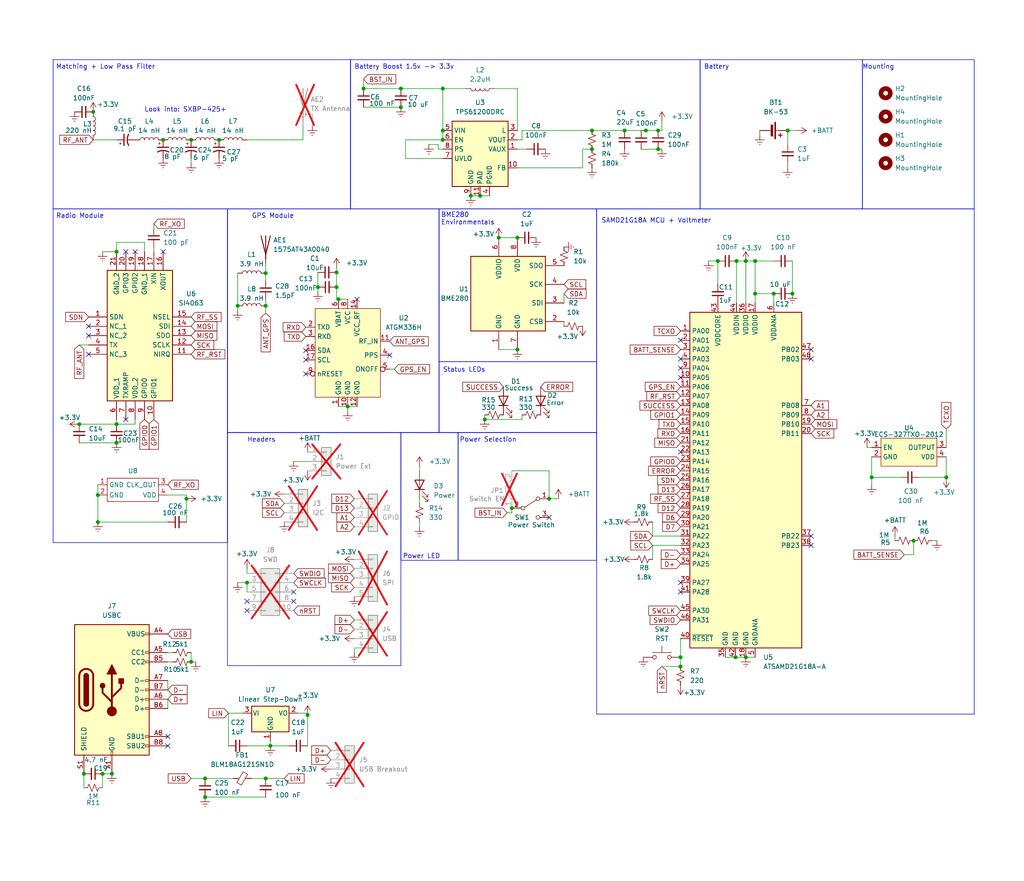
<source format=kicad_sch>
(kicad_sch (version 20231120) (generator "eeschema") (generator_version "8.0")
  (paper "User" 278.994 240.005)
  (title_block (title "Tiny4FSK") (date "2024-01-25") (company "New England Weather Balloon Society") (comment 1 "The lightweight, tiny Horus Binary and LoRa HAB tracker"))
  (junction (at 50.8 135.89))
  (junction (at 200.406 179.07))
  (junction (at 210.82 80.01))
  (junction (at 67.31 158.75))
  (junction (at 195.58 71.12))
  (junction (at 149.606 135.89))
  (junction (at 135.89 64.77))
  (junction (at 31.75 68.58))
  (junction (at 22.86 210.82))
  (junction (at 214.63 35.56))
  (junction (at 128.27 53.34))
  (junction (at 31.75 115.57))
  (junction (at 31.75 120.65))
  (junction (at 139.446 138.43))
  (junction (at 83.82 194.818))
  (junction (at 175.9701 35.56))
  (junction (at 55.88 212.09))
  (junction (at 140.97 64.77))
  (junction (at 161.29 40.64))
  (junction (at 179.324 35.56))
  (junction (at 109.22 24.13))
  (junction (at 237.49 130.048))
  (junction (at 130.81 53.34))
  (junction (at 55.88 217.17))
  (junction (at 52.07 180.34))
  (junction (at 91.694 74.2066))
  (junction (at 185.42 181.61))
  (junction (at 94.742 110.744))
  (junction (at 21.59 115.57))
  (junction (at 132.08 114.3))
  (junction (at 44.45 38.1))
  (junction (at 185.42 179.07))
  (junction (at 179.324 40.64))
  (junction (at 86.614 78.232))
  (junction (at 72.39 74.422))
  (junction (at 109.22 29.21))
  (junction (at 203.2 179.07))
  (junction (at 72.39 212.09))
  (junction (at 27.94 210.82))
  (junction (at 25.4 30.48))
  (junction (at 99.06 24.13))
  (junction (at 26.67 134.874))
  (junction (at 140.97 95.25))
  (junction (at 91.694 78.232))
  (junction (at 205.74 71.12))
  (junction (at 26.67 142.24))
  (junction (at 92.202 81.534))
  (junction (at 170.18 35.56))
  (junction (at 120.65 38.1))
  (junction (at 59.69 38.1))
  (junction (at 73.66 203.2))
  (junction (at 120.65 35.56))
  (junction (at 30.48 210.82))
  (junction (at 248.92 147.32))
  (junction (at 120.65 24.13))
  (junction (at 200.66 71.12))
  (junction (at 64.77 83.312))
  (junction (at 203.2 71.12))
  (junction (at 161.29 35.56))
  (junction (at 72.39 83.312))
  (junction (at 205.74 80.01))
  (junction (at 52.07 38.1))
  (junction (at 215.9 80.01))
  (junction (at 257.81 130.048))
  (no_connect (at 185.42 97.79))
  (no_connect (at 34.29 68.58))
  (no_connect (at 83.312 101.854))
  (no_connect (at 149.606 140.97))
  (no_connect (at 80.01 161.29))
  (no_connect (at 45.72 203.2))
  (no_connect (at 220.98 97.79))
  (no_connect (at 185.42 100.33))
  (no_connect (at 80.01 163.83))
  (no_connect (at 106.172 96.774))
  (no_connect (at 44.45 68.58))
  (no_connect (at 36.83 68.58))
  (no_connect (at 67.31 166.37))
  (no_connect (at 220.98 95.25))
  (no_connect (at 83.312 98.044))
  (no_connect (at 83.312 95.504))
  (no_connect (at 185.42 158.75))
  (no_connect (at 220.98 148.59))
  (no_connect (at 24.13 96.52))
  (no_connect (at 220.98 146.05))
  (no_connect (at 185.42 92.71))
  (no_connect (at 185.42 123.19))
  (no_connect (at 97.282 81.534))
  (no_connect (at 34.29 114.3))
  (no_connect (at 24.13 91.44))
  (no_connect (at 185.42 161.29))
  (no_connect (at 67.31 163.83))
  (no_connect (at 45.72 200.66))
  (no_connect (at 24.13 88.9))
  (no_connect (at 185.42 102.87))
  (wire (pts (xy 161.29 35.56) (xy 170.18 35.56)))
  (wire (pts (xy 257.81 130.048) (xy 257.81 130.302)))
  (wire (pts (xy 135.89 95.25) (xy 140.97 95.25)))
  (wire (pts (xy 52.07 44.45) (xy 52.07 43.18)))
  (wire (pts (xy 128.27 53.34) (xy 130.81 53.34)))
  (wire (pts (xy 205.74 82.55) (xy 205.74 80.01)))
  (wire (pts (xy 67.31 154.94) (xy 67.31 156.21)))
  (wire (pts (xy 114.3 142.24) (xy 114.3 143.51)))
  (wire (pts (xy 72.39 212.09) (xy 77.47 212.09)))
  (wire (pts (xy 195.58 77.47) (xy 195.58 71.12)))
  (wire (pts (xy 114.3 135.89) (xy 114.3 137.16)))
  (wire (pts (xy 120.65 24.13) (xy 127 24.13)))
  (wire (pts (xy 177.2401 40.64) (xy 179.324 40.64)))
  (wire (pts (xy 174.7001 35.5937) (xy 175.9701 35.5937)))
  (wire (pts (xy 52.07 177.8) (xy 52.07 180.34)))
  (wire (pts (xy 45.72 177.8) (xy 46.99 177.8)))
  (wire (pts (xy 110.49 38.1) (xy 110.49 43.18)))
  (wire (pts (xy 55.88 212.09) (xy 63.5 212.09)))
  (wire (pts (xy 110.49 38.1) (xy 120.65 38.1)))
  (wire (pts (xy 50.8 135.89) (xy 50.8 142.24)))
  (wire (pts (xy 138.176 139.7) (xy 139.446 139.7)))
  (wire (pts (xy 72.39 83.312) (xy 72.39 85.344)))
  (wire (pts (xy 180.34 181.61) (xy 185.42 181.61)))
  (wire (pts (xy 64.77 74.422) (xy 64.77 83.312)))
  (wire (pts (xy 245.364 130.048) (xy 237.49 130.048)))
  (wire (pts (xy 22.86 214.63) (xy 22.86 210.82)))
  (wire (pts (xy 140.97 35.56) (xy 140.97 24.13)))
  (wire (pts (xy 86.614 74.2066) (xy 86.539 74.2066)))
  (wire (pts (xy 203.2 179.07) (xy 205.74 179.07)))
  (wire (pts (xy 142.24 38.1) (xy 142.24 35.56)))
  (wire (pts (xy 215.9 71.12) (xy 215.9 80.01)))
  (wire (pts (xy 67.31 203.2) (xy 73.66 203.2)))
  (wire (pts (xy 205.74 71.12) (xy 205.74 80.01)))
  (wire (pts (xy 91.694 72.898) (xy 91.694 74.2066)))
  (wire (pts (xy 119.38 39.37) (xy 119.38 40.64)))
  (wire (pts (xy 217.17 35.56) (xy 214.63 35.56)))
  (wire (pts (xy 99.06 29.21) (xy 109.22 29.21)))
  (wire (pts (xy 158.75 40.64) (xy 161.29 40.64)))
  (wire (pts (xy 257.81 124.46) (xy 257.81 130.048)))
  (wire (pts (xy 91.694 74.2066) (xy 91.694 78.232)))
  (wire (pts (xy 46.99 180.34) (xy 45.72 180.34)))
  (wire (pts (xy 237.49 130.048) (xy 237.49 132.08)))
  (wire (pts (xy 64.77 84.6136) (xy 64.77 83.312)))
  (wire (pts (xy 41.91 60.96) (xy 41.91 62.23)))
  (wire (pts (xy 200.406 179.07) (xy 203.2 179.07)))
  (wire (pts (xy 107.442 100.584) (xy 106.172 100.584)))
  (wire (pts (xy 175.9701 35.56) (xy 179.324 35.56)))
  (wire (pts (xy 27.94 68.58) (xy 31.75 68.58)))
  (wire (pts (xy 177.8 142.24) (xy 177.8 146.05)))
  (wire (pts (xy 53.34 180.34) (xy 52.07 180.34)))
  (wire (pts (xy 248.92 147.32) (xy 248.92 151.13)))
  (wire (pts (xy 197.612 179.07) (xy 200.406 179.07)))
  (wire (pts (xy 72.39 71.882) (xy 72.39 74.422)))
  (wire (pts (xy 180.34 33.02) (xy 180.34 35.56)))
  (wire (pts (xy 21.59 115.57) (xy 31.75 115.57)))
  (wire (pts (xy 140.97 40.64) (xy 143.51 40.64)))
  (wire (pts (xy 91.694 74.2066) (xy 91.619 74.2066)))
  (wire (pts (xy 120.65 24.13) (xy 120.65 35.56)))
  (wire (pts (xy 142.24 113.03) (xy 142.24 114.3)))
  (wire (pts (xy 72.39 81.534) (xy 72.39 83.312)))
  (wire (pts (xy 39.37 66.04) (xy 31.75 66.04)))
  (wire (pts (xy 50.8 134.874) (xy 50.8 135.89)))
  (wire (pts (xy 179.324 35.56) (xy 180.34 35.56)))
  (wire (pts (xy 86.614 78.232) (xy 86.614 74.2066)))
  (wire (pts (xy 68.58 212.09) (xy 72.39 212.09)))
  (wire (pts (xy 26.67 134.874) (xy 26.67 142.24)))
  (wire (pts (xy 73.66 203.2) (xy 78.74 203.2)))
  (wire (pts (xy 86.614 79.502) (xy 86.614 78.232)))
  (wire (pts (xy 246.38 151.13) (xy 248.92 151.13)))
  (wire (pts (xy 153.67 88.9) (xy 153.67 87.63)))
  (wire (pts (xy 110.49 43.18) (xy 120.65 43.18)))
  (wire (pts (xy 205.74 80.01) (xy 210.82 80.01)))
  (wire (pts (xy 82.55 34.29) (xy 82.55 38.1)))
  (wire (pts (xy 27.94 210.82) (xy 30.48 210.82)))
  (wire (pts (xy 140.97 24.13) (xy 134.62 24.13)))
  (wire (pts (xy 94.742 112.014) (xy 94.742 110.744)))
  (wire (pts (xy 52.07 212.09) (xy 55.88 212.09)))
  (wire (pts (xy 45.72 134.874) (xy 50.8 134.874)))
  (wire (pts (xy 25.4 38.1) (xy 31.75 38.1)))
  (wire (pts (xy 139.446 128.27) (xy 149.606 128.27)))
  (wire (pts (xy 64.7542 84.6136) (xy 64.77 84.6136)))
  (wire (pts (xy 132.08 113.03) (xy 132.08 114.3)))
  (wire (pts (xy 139.446 139.7) (xy 139.446 138.43)))
  (wire (pts (xy 210.82 80.01) (xy 210.82 82.55)))
  (wire (pts (xy 72.39 217.17) (xy 55.88 217.17)))
  (wire (pts (xy 92.202 110.744) (xy 94.742 110.744)))
  (wire (pts (xy 96.52 177.8) (xy 96.52 176.53)))
  (wire (pts (xy 91.694 81.534) (xy 92.202 81.534)))
  (wire (pts (xy 174.7001 40.6737) (xy 177.2401 40.6737)))
  (wire (pts (xy 177.2401 40.6737) (xy 177.2401 40.64)))
  (wire (pts (xy 99.06 21.59) (xy 99.06 24.13)))
  (wire (pts (xy 26.67 132.08) (xy 26.67 134.874)))
  (wire (pts (xy 153.67 80.01) (xy 153.67 82.55)))
  (wire (pts (xy 177.8 146.05) (xy 185.42 146.05)))
  (wire (pts (xy 243.84 146.05) (xy 243.84 147.32)))
  (wire (pts (xy 214.63 45.72) (xy 214.63 44.45)))
  (wire (pts (xy 250.444 130.048) (xy 257.81 130.048)))
  (wire (pts (xy 31.75 115.57) (xy 36.83 115.57)))
  (wire (pts (xy 185.42 179.07) (xy 185.42 181.61)))
  (wire (pts (xy 27.94 210.82) (xy 27.94 214.63)))
  (wire (pts (xy 185.42 179.07) (xy 185.42 173.99)))
  (wire (pts (xy 114.3 127) (xy 114.3 128.27)))
  (wire (pts (xy 135.89 64.77) (xy 140.97 64.77)))
  (wire (pts (xy 67.31 38.1) (xy 82.55 38.1)))
  (wire (pts (xy 62.23 194.31) (xy 62.23 203.2)))
  (wire (pts (xy 26.67 142.24) (xy 45.72 142.24)))
  (wire (pts (xy 91.694 78.232) (xy 91.694 81.534)))
  (wire (pts (xy 200.66 71.12) (xy 200.66 82.55)))
  (wire (pts (xy 31.75 115.57) (xy 31.75 114.3)))
  (wire (pts (xy 83.82 194.31) (xy 83.82 194.818)))
  (wire (pts (xy 177.8 148.59) (xy 185.42 148.59)))
  (wire (pts (xy 21.59 120.65) (xy 31.75 120.65)))
  (wire (pts (xy 193.04 71.12) (xy 195.58 71.12)))
  (wire (pts (xy 81.28 194.31) (xy 83.82 194.31)))
  (wire (pts (xy 83.82 194.818) (xy 83.82 203.2)))
  (wire (pts (xy 64.77 158.75) (xy 67.31 158.75)))
  (wire (pts (xy 237.49 124.46) (xy 237.49 130.048)))
  (wire (pts (xy 92.202 81.534) (xy 94.742 81.534)))
  (wire (pts (xy 41.91 67.31) (xy 41.91 68.58)))
  (wire (pts (xy 142.24 114.3) (xy 132.08 114.3)))
  (wire (pts (xy 80.01 125.73) (xy 83.82 125.73)))
  (wire (pts (xy 94.742 110.744) (xy 97.282 110.744)))
  (wire (pts (xy 99.06 24.13) (xy 109.22 24.13)))
  (wire (pts (xy 130.81 53.34) (xy 133.35 53.34)))
  (wire (pts (xy 236.22 121.92) (xy 237.49 121.92)))
  (wire (pts (xy 200.66 71.12) (xy 203.2 71.12)))
  (wire (pts (xy 72.39 74.422) (xy 72.39 76.454)))
  (wire (pts (xy 67.31 158.75) (xy 67.31 161.29)))
  (wire (pts (xy 158.75 45.72) (xy 140.97 45.72)))
  (wire (pts (xy 205.74 71.12) (xy 210.82 71.12)))
  (wire (pts (xy 21.59 93.98) (xy 24.13 93.98)))
  (wire (pts (xy 214.63 39.37) (xy 214.63 35.56)))
  (wire (pts (xy 140.97 38.1) (xy 142.24 38.1)))
  (wire (pts (xy 149.606 128.27) (xy 149.606 135.89)))
  (wire (pts (xy 158.75 40.64) (xy 158.75 45.72)))
  (wire (pts (xy 31.75 66.04) (xy 31.75 68.58)))
  (wire (pts (xy 203.2 71.12) (xy 205.74 71.12)))
  (wire (pts (xy 73.66 201.93) (xy 73.66 203.2)))
  (wire (pts (xy 207.01 36.83) (xy 207.01 35.56)))
  (wire (pts (xy 203.2 71.12) (xy 203.2 82.55)))
  (wire (pts (xy 36.83 114.3) (xy 36.83 115.57)))
  (wire (pts (xy 45.72 190.5) (xy 45.72 193.04)))
  (wire (pts (xy 39.37 68.58) (xy 39.37 66.04)))
  (wire (pts (xy 119.38 40.64) (xy 120.65 40.64)))
  (wire (pts (xy 170.18 35.56) (xy 175.9701 35.56)))
  (wire (pts (xy 109.22 24.13) (xy 120.65 24.13)))
  (wire (pts (xy 179.324 40.64) (xy 180.34 40.64)))
  (wire (pts (xy 257.81 116.84) (xy 257.81 121.92)))
  (wire (pts (xy 142.24 35.56) (xy 161.29 35.56)))
  (wire (pts (xy 175.9701 35.5937) (xy 175.9701 35.56)))
  (wire (pts (xy 45.72 185.42) (xy 45.72 187.96)))
  (wire (pts (xy 177.8 152.4) (xy 177.8 148.59)))
  (wire (pts (xy 116.84 39.37) (xy 119.38 39.37)))
  (wire (pts (xy 152.146 135.89) (xy 149.606 135.89)))
  (wire (pts (xy 62.23 194.31) (xy 66.04 194.31)))
  (wire (pts (xy 120.65 38.1) (xy 120.65 35.56)))
  (wire (pts (xy 255.27 147.32) (xy 254 147.32)))
  (rectangle (start 61.976 117.856) (end 109.22 181.356))
  (rectangle (start 95.504 16.256) (end 190.754 56.896))
  (rectangle (start 162.56 56.896) (end 265.43 194.564))
  (rectangle (start 14.478 16.256) (end 95.504 56.896))
  (rectangle (start 190.754 16.256) (end 234.95 56.896))
  (rectangle (start 119.634 98.552) (end 162.56 117.856))
  (rectangle (start 109.22 117.856) (end 124.8192 152.654))
  (rectangle (start 124.8192 117.856) (end 162.56 152.654))
  (rectangle (start 234.95 16.256) (end 265.43 56.896))
  (rectangle (start 61.976 56.896) (end 119.634 117.856))
  (rectangle (start 14.478 56.896) (end 61.976 147.828))
  (rectangle (start 119.634 56.896) (end 162.56 98.552))
  (text "Power LED\n" (at 109.728 152.4 0) (effects (font (size 1.27 1.27)) (justify left bottom)))
  (text "GPS Module\n" (at 68.58 59.69 0) (effects (font (size 1.27 1.27)) (justify left bottom)))
  (text "Headers\n" (at 67.31 120.65 0) (effects (font (size 1.27 1.27)) (justify left bottom)))
  (text "Matching + Low Pass Filter\n" (at 15.24 19.05 0) (effects (font (size 1.27 1.27)) (justify left bottom)))
  (text "Power Selection\n" (at 125.222 120.65 0) (effects (font (size 1.27 1.27)) (justify left bottom)))
  (text "BME280\nEnvironmentals" (at 120.142 61.468 0) (effects (font (size 1.27 1.27)) (justify left bottom)))
  (text "Radio Module\n" (at 15.24 59.69 0) (effects (font (size 1.27 1.27)) (justify left bottom)))
  (text "SAMD21G18A MCU + Voltmeter\n" (at 163.83 60.96 0) (effects (font (size 1.27 1.27)) (justify left bottom)))
  (text "Mounting\n" (at 234.95 19.05 0) (effects (font (size 1.27 1.27)) (justify left bottom)))
  (text "Battery" (at 191.77 19.05 0) (effects (font (size 1.27 1.27)) (justify left bottom)))
  (text "Status LEDs\n" (at 120.65 101.6 0) (effects (font (size 1.27 1.27)) (justify left bottom)))
  (text "Battery Boost 1.5v -> 3.3v" (at 96.52 19.05 0) (effects (font (size 1.27 1.27)) (justify left bottom)))
  (text "Look into: SXBP-425+\n" (at 50.546 29.972 0) (effects (font (size 1.27 1.27))))
  (global_label "RF_XO" (shape input) (at 41.91 60.96 0) (property "Intersheetrefs" "${INTERSHEET_REFS}" (effects (hide yes))))
  (global_label "D12" (shape input) (at 96.52 135.89 180) (property "Intersheetrefs" "${INTERSHEET_REFS}" (effects (hide yes))))
  (global_label "nRST" (shape input) (at 80.01 166.37 0) (property "Intersheetrefs" "${INTERSHEET_REFS}" (effects (hide yes))))
  (global_label "USB" (shape input) (at 45.72 172.72 0) (property "Intersheetrefs" "${INTERSHEET_REFS}" (effects (hide yes))))
  (global_label "GPIO0" (shape input) (at 39.37 114.3 270) (property "Intersheetrefs" "${INTERSHEET_REFS}" (effects (hide yes))))
  (global_label "BATT_SENSE" (shape input) (at 185.42 95.25 180) (property "Intersheetrefs" "${INTERSHEET_REFS}" (effects (hide yes))))
  (global_label "LIN" (shape input) (at 77.47 212.09 0) (property "Intersheetrefs" "${INTERSHEET_REFS}" (effects (hide yes))))
  (global_label "D13" (shape input) (at 96.52 138.43 180) (property "Intersheetrefs" "${INTERSHEET_REFS}" (effects (hide yes))))
  (global_label "GPIO0" (shape input) (at 185.42 125.73 180) (property "Intersheetrefs" "${INTERSHEET_REFS}" (effects (hide yes))))
  (global_label "RF_ANT" (shape input) (at 21.59 93.98 270) (property "Intersheetrefs" "${INTERSHEET_REFS}" (effects (hide yes))))
  (global_label "SCL" (shape input) (at 77.47 139.7 180) (property "Intersheetrefs" "${INTERSHEET_REFS}" (effects (hide yes))))
  (global_label "A1" (shape input) (at 96.52 140.97 180) (property "Intersheetrefs" "${INTERSHEET_REFS}" (effects (hide yes))))
  (global_label "ANT_GPS" (shape input) (at 72.39 85.344 270) (property "Intersheetrefs" "${INTERSHEET_REFS}" (effects (hide yes))))
  (global_label "D7" (shape input) (at 185.42 143.51 180) (property "Intersheetrefs" "${INTERSHEET_REFS}" (effects (hide yes))))
  (global_label "TCXO" (shape input) (at 257.81 116.84 90) (property "Intersheetrefs" "${INTERSHEET_REFS}" (effects (hide yes))))
  (global_label "SWDIO" (shape input) (at 185.42 168.91 180) (property "Intersheetrefs" "${INTERSHEET_REFS}" (effects (hide yes))))
  (global_label "SUCCESS" (shape input) (at 137.16 105.41 180) (property "Intersheetrefs" "${INTERSHEET_REFS}" (effects (hide yes))))
  (global_label "A2" (shape input) (at 220.98 113.03 0) (property "Intersheetrefs" "${INTERSHEET_REFS}" (effects (hide yes))))
  (global_label "D6" (shape input) (at 185.42 140.97 180) (property "Intersheetrefs" "${INTERSHEET_REFS}" (effects (hide yes))))
  (global_label "SWDIO" (shape input) (at 80.01 156.21 0) (property "Intersheetrefs" "${INTERSHEET_REFS}" (effects (hide yes))))
  (global_label "D-" (shape input) (at 45.72 187.96 0) (property "Intersheetrefs" "${INTERSHEET_REFS}" (effects (hide yes))))
  (global_label "D-" (shape input) (at 185.42 151.13 180) (property "Intersheetrefs" "${INTERSHEET_REFS}" (effects (hide yes))))
  (global_label "A2" (shape input) (at 96.52 143.51 180) (property "Intersheetrefs" "${INTERSHEET_REFS}" (effects (hide yes))))
  (global_label "SDA" (shape input) (at 177.8 146.05 180) (property "Intersheetrefs" "${INTERSHEET_REFS}" (effects (hide yes))))
  (global_label "TXD" (shape input) (at 185.42 115.57 180) (property "Intersheetrefs" "${INTERSHEET_REFS}" (effects (hide yes))))
  (global_label "SDN" (shape input) (at 24.13 86.36 180) (property "Intersheetrefs" "${INTERSHEET_REFS}" (effects (hide yes))))
  (global_label "ANT_GPS" (shape input) (at 106.172 92.964 0) (property "Intersheetrefs" "${INTERSHEET_REFS}" (effects (hide yes))))
  (global_label "D+" (shape input) (at 90.17 204.47 180) (property "Intersheetrefs" "${INTERSHEET_REFS}" (effects (hide yes))))
  (global_label "BST_IN" (shape input) (at 138.176 139.7 180) (property "Intersheetrefs" "${INTERSHEET_REFS}" (effects (hide yes))))
  (global_label "RF_XO" (shape input) (at 45.72 132.08 0) (property "Intersheetrefs" "${INTERSHEET_REFS}" (effects (hide yes))))
  (global_label "MOSI" (shape input) (at 220.98 115.57 0) (property "Intersheetrefs" "${INTERSHEET_REFS}" (effects (hide yes))))
  (global_label "D+" (shape input) (at 185.42 153.67 180) (property "Intersheetrefs" "${INTERSHEET_REFS}" (effects (hide yes))))
  (global_label "RXD" (shape input) (at 185.42 118.11 180) (property "Intersheetrefs" "${INTERSHEET_REFS}" (effects (hide yes))))
  (global_label "D+" (shape input) (at 96.52 168.91 180) (property "Intersheetrefs" "${INTERSHEET_REFS}" (effects (hide yes))))
  (global_label "BATT_SENSE" (shape input) (at 246.38 151.13 180) (property "Intersheetrefs" "${INTERSHEET_REFS}" (effects (hide yes))))
  (global_label "GPS_EN" (shape input) (at 107.442 100.584 0) (property "Intersheetrefs" "${INTERSHEET_REFS}" (effects (hide yes))))
  (global_label "RXD" (shape input) (at 83.312 89.154 180) (property "Intersheetrefs" "${INTERSHEET_REFS}" (effects (hide yes))))
  (global_label "SDN" (shape input) (at 185.42 130.81 180) (property "Intersheetrefs" "${INTERSHEET_REFS}" (effects (hide yes))))
  (global_label "RF_RST" (shape input) (at 185.42 107.95 180) (property "Intersheetrefs" "${INTERSHEET_REFS}" (effects (hide yes))))
  (global_label "LIN" (shape input) (at 62.23 194.31 180) (property "Intersheetrefs" "${INTERSHEET_REFS}" (effects (hide yes))))
  (global_label "SWCLK" (shape input) (at 185.42 166.37 180) (property "Intersheetrefs" "${INTERSHEET_REFS}" (effects (hide yes))))
  (global_label "USB" (shape input) (at 52.07 212.09 180) (property "Intersheetrefs" "${INTERSHEET_REFS}" (effects (hide yes))))
  (global_label "D-" (shape input) (at 90.17 207.01 180) (property "Intersheetrefs" "${INTERSHEET_REFS}" (effects (hide yes))))
  (global_label "D+" (shape input) (at 45.72 190.5 0) (property "Intersheetrefs" "${INTERSHEET_REFS}" (effects (hide yes))))
  (global_label "TXD" (shape input) (at 83.312 91.694 180) (property "Intersheetrefs" "${INTERSHEET_REFS}" (effects (hide yes))))
  (global_label "D-" (shape input) (at 96.52 171.45 180) (property "Intersheetrefs" "${INTERSHEET_REFS}" (effects (hide yes))))
  (global_label "SCK" (shape input) (at 52.07 93.98 0) (property "Intersheetrefs" "${INTERSHEET_REFS}" (effects (hide yes))))
  (global_label "RF_SS" (shape input) (at 52.07 86.36 0) (property "Intersheetrefs" "${INTERSHEET_REFS}" (effects (hide yes))))
  (global_label "SDA" (shape input) (at 77.47 137.16 180) (property "Intersheetrefs" "${INTERSHEET_REFS}" (effects (hide yes))))
  (global_label "D13" (shape input) (at 185.42 133.35 180) (property "Intersheetrefs" "${INTERSHEET_REFS}" (effects (hide yes))))
  (global_label "RF_RST" (shape input) (at 52.07 96.52 0) (property "Intersheetrefs" "${INTERSHEET_REFS}" (effects (hide yes))))
  (global_label "SUCCESS" (shape input) (at 185.42 110.49 180) (property "Intersheetrefs" "${INTERSHEET_REFS}" (effects (hide yes))))
  (global_label "GPIO1" (shape input) (at 185.42 113.03 180) (property "Intersheetrefs" "${INTERSHEET_REFS}" (effects (hide yes))))
  (global_label "nRST" (shape input) (at 180.34 181.61 270) (property "Intersheetrefs" "${INTERSHEET_REFS}" (effects (hide yes))))
  (global_label "SDA" (shape input) (at 153.67 80.01 0) (property "Intersheetrefs" "${INTERSHEET_REFS}" (effects (hide yes))))
  (global_label "MISO" (shape input) (at 96.52 157.48 180) (property "Intersheetrefs" "${INTERSHEET_REFS}" (effects (hide yes))))
  (global_label "A1" (shape input) (at 220.98 110.49 0) (property "Intersheetrefs" "${INTERSHEET_REFS}" (effects (hide yes))))
  (global_label "BST_IN" (shape input) (at 99.06 21.59 0) (property "Intersheetrefs" "${INTERSHEET_REFS}" (effects (hide yes))))
  (global_label "MISO" (shape input) (at 185.42 120.65 180) (property "Intersheetrefs" "${INTERSHEET_REFS}" (effects (hide yes))))
  (global_label "MOSI" (shape input) (at 52.07 88.9 0) (property "Intersheetrefs" "${INTERSHEET_REFS}" (effects (hide yes))))
  (global_label "SWCLK" (shape input) (at 80.01 158.75 0) (property "Intersheetrefs" "${INTERSHEET_REFS}" (effects (hide yes))))
  (global_label "SCL" (shape input) (at 177.8 148.59 180) (property "Intersheetrefs" "${INTERSHEET_REFS}" (effects (hide yes))))
  (global_label "ERROR" (shape input) (at 147.32 105.41 0) (property "Intersheetrefs" "${INTERSHEET_REFS}" (effects (hide yes))))
  (global_label "SCK" (shape input) (at 96.52 160.02 180) (property "Intersheetrefs" "${INTERSHEET_REFS}" (effects (hide yes))))
  (global_label "GPS_EN" (shape input) (at 185.42 105.41 180) (property "Intersheetrefs" "${INTERSHEET_REFS}" (effects (hide yes))))
  (global_label "ERROR" (shape input) (at 185.42 128.27 180) (property "Intersheetrefs" "${INTERSHEET_REFS}" (effects (hide yes))))
  (global_label "SCK" (shape input) (at 220.98 118.11 0) (property "Intersheetrefs" "${INTERSHEET_REFS}" (effects (hide yes))))
  (global_label "RF_ANT" (shape input) (at 25.4 38.1 180) (property "Intersheetrefs" "${INTERSHEET_REFS}" (effects (hide yes))))
  (global_label "MISO" (shape input) (at 52.07 91.44 0) (property "Intersheetrefs" "${INTERSHEET_REFS}" (effects (hide yes))))
  (global_label "SCL" (shape input) (at 153.67 77.47 0) (property "Intersheetrefs" "${INTERSHEET_REFS}" (effects (hide yes))))
  (global_label "D12" (shape input) (at 185.42 138.43 180) (property "Intersheetrefs" "${INTERSHEET_REFS}" (effects (hide yes))))
  (global_label "MOSI" (shape input) (at 96.52 154.94 180) (property "Intersheetrefs" "${INTERSHEET_REFS}" (effects (hide yes))))
  (global_label "GPIO1" (shape input) (at 41.91 114.3 270) (property "Intersheetrefs" "${INTERSHEET_REFS}" (effects (hide yes))))
  (global_label "TCXO" (shape input) (at 185.42 90.17 180) (property "Intersheetrefs" "${INTERSHEET_REFS}" (effects (hide yes))))
  (global_label "RF_SS" (shape input) (at 185.42 135.89 180) (property "Intersheetrefs" "${INTERSHEET_REFS}" (effects (hide yes))))
  (symbol (lib_name "Earth_2") (lib_id "power:Earth") (at 114.3 143.51 0) (unit 1)
    (property "Reference" "#PWR012" (effects (hide yes)))
    (property "Value" "Earth" (effects (hide yes)))
  )
  (symbol (lib_name "Earth_4") (lib_id "power:Earth") (at 215.9 80.01 0) (unit 1)
    (property "Reference" "#PWR047" (effects (hide yes)))
    (property "Value" "Earth" (effects (hide yes)))
  )
  (symbol (lib_name "+3.3V_9") (lib_id "power:+3.3V") (at 90.17 209.55 90) (mirror x) (unit 1)
    (property "Reference" "#PWR059" (effects (hide yes)))
    (property "Value" "+3.3V" (at 86.36 209.5499 90) (effects (justify left)))
  )
  (symbol (lib_id "Mechanical:MountingHole") (at 241.3 31.75 0) (unit 1) (in_bom no)
    (property "Reference" "H4" (at 243.84 30.4799 0) (effects (justify left)))
    (property "Value" "MountingHole" (at 243.84 33.0199 0) (effects (justify left)))
    (property "Footprint" "MountingHole:MountingHole_2.2mm_M2" (effects (hide yes)))
    (property "Description" "Mounting Hole without connection" (effects (hide yes)))
  )
  (symbol (lib_id "Device:R_Small_US") (at 175.26 142.24 270) (unit 1)
    (property "Reference" "R9" (at 174.752 138.176 90))
    (property "Value" "1.8k" (at 174.752 139.954 90))
    (property "Footprint" "Resistor_SMD:R_0402_1005Metric_Pad0.72x0.64mm_HandSolder" (effects (hide yes)))
    (property "Description" "Resistor, small US symbol" (effects (hide yes)))
    (property "LCSC" "C4177" (effects (hide yes)))
  )
  (symbol (lib_id "Device:C_Polarized_Small_US") (at 52.07 40.64 0) (unit 1)
    (property "Reference" "C24" (at 53.848 40.894 0) (effects (justify left)))
    (property "Value" "6 pF" (at 52.578 42.926 0) (effects (justify left)))
    (property "Footprint" "Capacitor_SMD:C_0402_1005Metric_Pad0.74x0.62mm_HandSolder" (effects (hide yes)))
    (property "Description" "Polarized capacitor, small US symbol" (effects (hide yes)))
    (property "LCSC" "C1547" (effects (hide yes)))
  )
  (symbol (lib_id "Device:R_Small_US") (at 114.3 139.7 0) (unit 1)
    (property "Reference" "R14" (at 116.84 138.4299 0) (effects (justify left)))
    (property "Value" "330" (at 116.84 140.9699 0) (effects (justify left)))
    (property "Footprint" "Resistor_SMD:R_0402_1005Metric_Pad0.72x0.64mm_HandSolder" (effects (hide yes)))
    (property "Description" "Resistor, small US symbol" (effects (hide yes)))
    (property "LCSC" "C23138" (effects (hide yes)))
  )
  (symbol (lib_id "Oscillator:ATXK-H11-E-32.768KHZ-E50-T3") (at 247.65 118.11 0) (unit 1)
    (property "Reference" "U4" (at 247.65 116.586 0))
    (property "Value" "ECS-327TXO-2012" (at 247.65 118.364 0))
    (property "Footprint" "Oscillator_TCXO:ECS-327TXO-2012" (effects (hide yes)))
    (property "LCSC" "C213398" (effects (hide yes)))
  )
  (symbol (lib_name "+3.3V_6") (lib_id "power:+3.3V") (at 236.22 121.92 0) (unit 1)
    (property "Reference" "#PWR051" (effects (hide yes)))
    (property "Value" "+3.3V" (at 232.664 118.11 0) (effects (justify left)))
  )
  (symbol (lib_id "Device:L") (at 130.81 24.13 270) (unit 1)
    (property "Reference" "L2" (at 130.81 19.05 90))
    (property "Value" "2.2uH" (at 130.81 21.59 90))
    (property "Footprint" "IND_CONT:LPS3015222MRB" (effects (hide yes)))
    (property "Description" "Inductor" (effects (hide yes)))
    (property "LCSC" "C2844756" (effects (hide yes)))
  )
  (symbol (lib_name "Earth_3") (lib_id "power:Earth") (at 161.29 45.72 0) (unit 1)
    (property "Reference" "#PWR032" (effects (hide yes)))
    (property "Value" "Earth" (effects (hide yes)))
  )
  (symbol (lib_id "Device:C_Small") (at 214.63 41.91 0) (unit 1)
    (property "Reference" "C3" (at 217.17 40.6462 0) (effects (justify left)))
    (property "Value" "1uF" (at 217.17 43.1862 0) (effects (justify left)))
    (property "Footprint" "Capacitor_SMD:C_0402_1005Metric_Pad0.74x0.62mm_HandSolder" (effects (hide yes)))
    (property "Description" "Unpolarized capacitor, small symbol" (effects (hide yes)))
    (property "LCSC" "C52923" (effects (hide yes)))
  )
  (symbol (lib_id "power:+3.3V") (at 96.52 152.4 90) (mirror x) (unit 1)
    (property "Reference" "#PWR017" (effects (hide yes)))
    (property "Value" "+3.3V" (at 91.186 150.368 90) (effects (justify right)))
  )
  (symbol (lib_name "Earth_4") (lib_id "power:Earth") (at 255.27 147.32 0) (unit 1)
    (property "Reference" "#PWR053" (effects (hide yes)))
    (property "Value" "Earth" (effects (hide yes)))
  )
  (symbol (lib_id "Device:R_Small_US") (at 251.46 147.32 90) (unit 1)
    (property "Reference" "R6" (at 253.238 144.78 90) (effects (justify left)))
    (property "Value" "1M" (at 252.73 142.494 90) (effects (justify left)))
    (property "Footprint" "Resistor_SMD:R_0402_1005Metric_Pad0.72x0.64mm_HandSolder" (effects (hide yes)))
    (property "Description" "Resistor, small US symbol" (effects (hide yes)))
    (property "LCSC" "C26083" (effects (hide yes)))
  )
  (symbol (lib_id "Device:R_Small_US") (at 161.29 38.1 0) (unit 1)
    (property "Reference" "R3" (at 163.83 36.8299 0) (effects (justify left)))
    (property "Value" "1M" (at 163.83 39.3699 0) (effects (justify left)))
    (property "Footprint" "Resistor_SMD:R_0402_1005Metric_Pad0.72x0.64mm_HandSolder" (effects (hide yes)))
    (property "Description" "Resistor, small US symbol" (effects (hide yes)))
    (property "LCSC" "C26083" (effects (hide yes)))
  )
  (symbol (lib_name "+3.3V_9") (lib_id "power:+3.3V") (at 172.72 152.4 90) (unit 1)
    (property "Reference" "#PWR036" (effects (hide yes)))
    (property "Value" "+3.3V" (at 164.338 152.4 90) (effects (justify right)))
  )
  (symbol (lib_id "Device:C_Small") (at 81.28 203.2 270) (unit 1)
    (property "Reference" "C18" (at 81.2736 196.85 90))
    (property "Value" "1uF" (at 81.2736 199.39 90))
    (property "Footprint" "Capacitor_SMD:C_0402_1005Metric_Pad0.74x0.62mm_HandSolder" (effects (hide yes)))
    (property "Description" "Unpolarized capacitor, small symbol" (effects (hide yes)))
    (property "LCSC" "C52923" (effects (hide yes)))
  )
  (symbol (lib_id "Device:C_Small") (at 55.88 214.63 0) (unit 1)
    (property "Reference" "C25" (at 58.42 213.3662 0) (effects (justify left)))
    (property "Value" "100 nF" (at 58.42 215.9062 0) (effects (justify left)))
    (property "Footprint" "Capacitor_SMD:C_0402_1005Metric_Pad0.74x0.62mm_HandSolder" (effects (hide yes)))
    (property "Description" "Unpolarized capacitor, small symbol" (effects (hide yes)))
    (property "LCSC" "C1525" (effects (hide yes)))
  )
  (symbol (lib_id "Device:C_Small") (at 195.58 80.01 180) (unit 1)
    (property "Reference" "C11" (at 195.834 78.232 0) (effects (justify right)))
    (property "Value" "1uF" (at 195.834 81.788 0) (effects (justify right)))
    (property "Footprint" "Capacitor_SMD:C_0402_1005Metric_Pad0.74x0.62mm_HandSolder" (effects (hide yes)))
    (property "Description" "Unpolarized capacitor, small symbol" (effects (hide yes)))
    (property "LCSC" "C52923" (effects (hide yes)))
  )
  (symbol (lib_id "Connector_Generic:Conn_01x04") (at 101.6 171.45 0) (unit 1) (dnp yes)
    (property "Reference" "J4" (at 104.14 171.4499 0) (effects (justify left)))
    (property "Value" "USB" (at 104.14 173.9899 0) (effects (justify left)))
    (property "Footprint" "Connector_PinHeader_2.54mm:PinHeader_1x04_P2.54mm_Vertical" (effects (hide yes)))
    (property "Description" "Generic connector, single row, 01x04, script generated (kicad-library-utils/schlib/autogen/connector/)" (effects (hide yes)))
  )
  (symbol (lib_id "Device:R_Small_US") (at 49.53 180.34 270) (unit 1)
    (property "Reference" "R10" (at 46.482 182.372 90))
    (property "Value" "5k1" (at 49.784 182.372 90))
    (property "Footprint" "Resistor_SMD:R_0402_1005Metric_Pad0.72x0.64mm_HandSolder" (effects (hide yes)))
    (property "Description" "Resistor, small US symbol" (effects (hide yes)))
    (property "LCSC" "C27834" (effects (hide yes)))
  )
  (symbol (lib_id "Device:R_Small_US") (at 49.53 177.8 270) (unit 1)
    (property "Reference" "R12" (at 46.228 175.514 90))
    (property "Value" "5k1" (at 49.53 175.514 90))
    (property "Footprint" "Resistor_SMD:R_0402_1005Metric_Pad0.72x0.64mm_HandSolder" (effects (hide yes)))
    (property "Description" "Resistor, small US symbol" (effects (hide yes)))
    (property "LCSC" "C27834" (effects (hide yes)))
  )
  (symbol (lib_id "Device:R_Small_US") (at 161.29 43.18 0) (unit 1)
    (property "Reference" "R4" (at 163.83 41.9099 0) (effects (justify left)))
    (property "Value" "180k" (at 163.83 44.4499 0) (effects (justify left)))
    (property "Footprint" "Resistor_SMD:R_0402_1005Metric_Pad0.72x0.64mm_HandSolder" (effects (hide yes)))
    (property "Description" "Resistor, small US symbol" (effects (hide yes)))
    (property "LCSC" "C100276" (effects (hide yes)))
  )
  (symbol (lib_id "Device:L") (at 40.64 38.1 90) (unit 1)
    (property "Reference" "L4" (at 40.64 33.02 90))
    (property "Value" "14 nH" (at 40.64 35.56 90))
    (property "Footprint" "Inductor_SMD:L_0402_1005Metric_Pad0.77x0.64mm_HandSolder" (effects (hide yes)))
    (property "Description" "Inductor" (effects (hide yes)))
    (property "LCSC" "C307609" (effects (hide yes)))
  )
  (symbol (lib_name "Earth_4") (lib_id "power:Earth") (at 175.26 179.07 0) (unit 1)
    (property "Reference" "#PWR037" (effects (hide yes)))
    (property "Value" "Earth" (effects (hide yes)))
  )
  (symbol (lib_name "Earth_4") (lib_id "power:Earth") (at 153.67 67.31 90) (unit 1)
    (property "Reference" "#PWR030" (effects (hide yes)))
    (property "Value" "Earth" (effects (hide yes)))
  )
  (symbol (lib_name "+BATT_1") (lib_id "power:+BATT") (at 83.82 123.19 0) (unit 1)
    (property "Reference" "#PWR014" (effects (hide yes)))
    (property "Value" "+BATT" (at 81.28 119.38 0) (effects (justify left)))
  )
  (symbol (lib_id "Connector_Generic:Conn_01x05") (at 101.6 157.48 0) (unit 1) (dnp yes)
    (property "Reference" "J6" (at 104.14 156.2099 0) (effects (justify left)))
    (property "Value" "SPI" (at 104.14 158.7499 0) (effects (justify left)))
    (property "Footprint" "Connector_PinHeader_2.54mm:PinHeader_1x05_P2.54mm_Vertical" (effects (hide yes)))
    (property "Description" "Generic connector, single row, 01x05, script generated (kicad-library-utils/schlib/autogen/connector/)" (effects (hide yes)))
  )
  (symbol (lib_name "+3.3V_9") (lib_id "power:+3.3V") (at 96.52 173.99 90) (mirror x) (unit 1)
    (property "Reference" "#PWR040" (effects (hide yes)))
    (property "Value" "+3.3V" (at 92.71 173.9899 90) (effects (justify left)))
  )
  (symbol (lib_id "Device:FerriteBead_Small") (at 66.04 212.09 90) (unit 1)
    (property "Reference" "FB1" (at 66.0019 205.74 90))
    (property "Value" "BLM18AG121SN1D" (at 66.0019 208.28 90))
    (property "Footprint" "Resistor_SMD:R_0603_1608Metric_Pad0.98x0.95mm_HandSolder" (effects (hide yes)))
    (property "Description" "Ferrite bead, small symbol" (effects (hide yes)))
    (property "LCSC" "C76892" (effects (hide yes)))
  )
  (symbol (lib_name "Earth_4") (lib_id "power:Earth") (at 140.97 95.25 0) (unit 1)
    (property "Reference" "#PWR025" (effects (hide yes)))
    (property "Value" "Earth" (effects (hide yes)))
  )
  (symbol (lib_name "+3.3V_9") (lib_id "power:+3.3V") (at 180.34 33.02 0) (mirror y) (unit 1)
    (property "Reference" "#PWR069" (effects (hide yes)))
    (property "Value" "+3.3V" (at 182.88 31.7499 0) (effects (justify right)))
  )
  (symbol (lib_id "Device:LED") (at 114.3 132.08 90) (unit 1)
    (property "Reference" "D3" (at 118.11 132.3974 90) (effects (justify right)))
    (property "Value" "Power" (at 118.11 134.9374 90) (effects (justify right)))
    (property "Footprint" "LED_SMD:LED_0805_2012Metric_Pad1.15x1.40mm_HandSolder" (effects (hide yes)))
    (property "Description" "Light emitting diode" (effects (hide yes)))
    (property "LCSC" "C84256" (effects (hide yes)))
  )
  (symbol (lib_id "Device:C_Small") (at 213.36 71.12 90) (unit 1)
    (property "Reference" "C10" (at 213.3663 64.77 90))
    (property "Value" "100 nF" (at 213.3663 67.31 90))
    (property "Footprint" "Capacitor_SMD:C_0402_1005Metric_Pad0.74x0.62mm_HandSolder" (effects (hide yes)))
    (property "Description" "Unpolarized capacitor, small symbol" (effects (hide yes)))
    (property "LCSC" "C1525" (effects (hide yes)))
  )
  (symbol (lib_name "Earth_4") (lib_id "power:Earth") (at 203.2 179.07 0) (unit 1)
    (property "Reference" "#PWR043" (effects (hide yes)))
    (property "Value" "Earth" (effects (hide yes)))
  )
  (symbol (lib_id "Device:C_Small") (at 89.079 74.2066 90) (unit 1)
    (property "Reference" "C1" (at 85.7833 70.3966 90))
    (property "Value" "10uF" (at 85.7833 72.9366 90))
    (property "Footprint" "Capacitor_SMD:C_0402_1005Metric_Pad0.74x0.62mm_HandSolder" (effects (hide yes)))
    (property "Description" "Unpolarized capacitor, small symbol" (effects (hide yes)))
    (property "LCSC" "C19702" (effects (hide yes)))
  )
  (symbol (lib_id "power:+3.3V") (at 91.694 72.898 0) (unit 1)
    (property "Reference" "#PWR011" (effects (hide yes)))
    (property "Value" "+3.3V" (at 94.234 71.6279 0) (effects (justify left)))
  )
  (symbol (lib_name "Earth_4") (lib_id "power:Earth") (at 237.49 132.08 0) (unit 1)
    (property "Reference" "#PWR026" (effects (hide yes)))
    (property "Value" "Earth" (effects (hide yes)))
  )
  (symbol (lib_id "Device:L") (at 63.5 38.1 90) (unit 1)
    (property "Reference" "L7" (at 63.5 33.02 90))
    (property "Value" "14 nH" (at 63.5 35.56 90))
    (property "Footprint" "Inductor_SMD:L_0402_1005Metric_Pad0.77x0.64mm_HandSolder" (effects (hide yes)))
    (property "Description" "Inductor" (effects (hide yes)))
    (property "LCSC" "C86129" (effects (hide yes)))
  )
  (symbol (lib_id "Jumper:Jumper_2_Open") (at 139.446 133.35 90) (unit 1) (dnp yes)
    (property "Reference" "JP1" (at 133.604 133.604 90) (effects (justify right)))
    (property "Value" "Switch EN" (at 127.762 135.89 90) (effects (justify right)))
    (property "Footprint" "Jumper:SolderJumper-2_P1.3mm_Open_Pad1.0x1.5mm" (effects (hide yes)))
    (property "Description" "Jumper, 2-pole, open" (effects (hide yes)))
  )
  (symbol (lib_id "Device:R_Small_US") (at 144.78 113.03 270) (unit 1)
    (property "Reference" "R13" (at 143.256 108.712 90))
    (property "Value" "330" (at 143.256 110.998 90))
    (property "Footprint" "Resistor_SMD:R_0402_1005Metric_Pad0.72x0.64mm_HandSolder" (effects (hide yes)))
    (property "Description" "Resistor, small US symbol" (effects (hide yes)))
    (property "LCSC" "C23138" (effects (hide yes)))
  )
  (symbol (lib_name "Earth_4") (lib_id "power:Earth") (at 146.05 64.77 0) (unit 1)
    (property "Reference" "#PWR027" (effects (hide yes)))
    (property "Value" "Earth" (effects (hide yes)))
  )
  (symbol (lib_name "+3.3V_6") (lib_id "power:+3.3V") (at 257.81 130.302 180) (unit 1)
    (property "Reference" "#PWR050" (effects (hide yes)))
    (property "Value" "+3.3V" (at 254.254 134.112 0) (effects (justify right)))
  )
  (symbol (lib_id "power:+3.3V") (at 77.47 134.62 90) (mirror x) (unit 1)
    (property "Reference" "#PWR07" (effects (hide yes)))
    (property "Value" "+3.3V" (at 68.072 134.62 90) (effects (justify right)))
  )
  (symbol (lib_name "+3.3V_2") (lib_id "power:+3.3V") (at 50.8 135.89 270) (unit 1)
    (property "Reference" "#PWR062" (effects (hide yes)))
    (property "Value" "+3.3V" (at 54.61 135.8899 90) (effects (justify left)))
  )
  (symbol (lib_name "+3.3V_9") (lib_id "power:+3.3V") (at 114.3 127 0) (mirror y) (unit 1)
    (property "Reference" "#PWR013" (effects (hide yes)))
    (property "Value" "+3.3V" (at 116.84 125.7299 0) (effects (justify right)))
  )
  (symbol (lib_id "Sensor:BME280") (at 138.43 80.01 0) (unit 1)
    (property "Reference" "U1" (at 127.762 78.74 0) (effects (justify right)))
    (property "Value" "BME280" (at 127.762 81.28 0) (effects (justify right)))
    (property "Footprint" "Package_LGA:Bosch_LGA-8_2.5x2.5mm_P0.65mm_ClockwisePinNumbering" (effects (hide yes)))
    (property "Description" "3-in-1 sensor, humidity, pressure, temperature, I2C and SPI interface, 1.71-3.6V, LGA-8" (effects (hide yes)))
    (property "LCSC" "C92489" (effects (hide yes)))
  )
  (symbol (lib_id "Device:R_Small_US") (at 175.26 152.4 90) (unit 1)
    (property "Reference" "R8" (at 175.514 154.686 90))
    (property "Value" "1.8k" (at 175.514 157.226 90))
    (property "Footprint" "Resistor_SMD:R_0402_1005Metric_Pad0.72x0.64mm_HandSolder" (effects (hide yes)))
    (property "Description" "Resistor, small US symbol" (effects (hide yes)))
    (property "LCSC" "C4177" (effects (hide yes)))
  )
  (symbol (lib_name "Earth_2") (lib_id "power:Earth") (at 64.77 158.75 0) (mirror y) (unit 1)
    (property "Reference" "#PWR049" (effects (hide yes)))
    (property "Value" "Earth" (effects (hide yes)))
  )
  (symbol (lib_name "+BATT_1") (lib_id "power:+BATT") (at 152.146 135.89 0) (unit 1)
    (property "Reference" "#PWR029" (effects (hide yes)))
    (property "Value" "+BATT" (at 154.686 134.6199 0) (effects (justify left)))
  )
  (symbol (lib_id "Device:C_Small") (at 72.39 214.63 0) (unit 1)
    (property "Reference" "C17" (at 74.93 213.3662 0) (effects (justify left)))
    (property "Value" "100 nF" (at 74.93 215.9062 0) (effects (justify left top)))
    (property "Footprint" "Capacitor_SMD:C_0402_1005Metric_Pad0.74x0.62mm_HandSolder" (effects (hide yes)))
    (property "Description" "Unpolarized capacitor, small symbol" (effects (hide yes)))
    (property "LCSC" "C1525" (effects (hide yes)))
  )
  (symbol (lib_name "Earth_4") (lib_id "power:Earth") (at 90.17 212.09 0) (unit 1)
    (property "Reference" "#PWR057" (effects (hide yes)))
    (property "Value" "Earth" (effects (hide yes)))
  )
  (symbol (lib_id "Device:L") (at 55.88 38.1 90) (unit 1)
    (property "Reference" "L6" (at 55.88 33.02 90))
    (property "Value" "14 nH" (at 55.88 35.56 90))
    (property "Footprint" "Inductor_SMD:L_0402_1005Metric_Pad0.77x0.64mm_HandSolder" (effects (hide yes)))
    (property "Description" "Inductor" (effects (hide yes)))
    (property "LCSC" "C167476" (effects (hide yes)))
  )
  (symbol (lib_name "Earth_4") (lib_id "power:Earth") (at 170.18 40.64 0) (unit 1)
    (property "Reference" "#PWR034" (effects (hide yes)))
    (property "Value" "Earth" (effects (hide yes)))
  )
  (symbol (lib_id "Device:C_Small") (at 21.59 118.11 0) (unit 1)
    (property "Reference" "C14" (at 24.13 116.8462 0) (effects (justify left)))
    (property "Value" "10uF" (at 24.13 119.3862 0) (effects (justify left)))
    (property "Footprint" "Capacitor_SMD:C_0402_1005Metric_Pad0.74x0.62mm_HandSolder" (effects (hide yes)))
    (property "Description" "Unpolarized capacitor, small symbol" (effects (hide yes)))
    (property "LCSC" "C19702" (effects (hide yes)))
  )
  (symbol (lib_id "Switch:SW_Push") (at 180.34 179.07 0) (unit 1)
    (property "Reference" "SW2" (at 180.34 171.45 0))
    (property "Value" "RST" (at 180.34 173.99 0))
    (property "Footprint" "Button_Switch_SMD:SW_Tactile_SPST_NO_Straight_CK_PTS636Sx25SMTRLFS" (effects (hide yes)))
    (property "Description" "Push button switch, generic, two pins" (effects (hide yes)))
    (property "LCSC" "C2888954" (effects (hide yes)))
  )
  (symbol (lib_id "Connector_Generic:Conn_01x04") (at 101.6 138.43 0) (unit 1) (dnp yes)
    (property "Reference" "J2" (at 104.14 138.4299 0) (effects (justify left)))
    (property "Value" "GPIO" (at 104.14 140.9699 0) (effects (justify left)))
    (property "Footprint" "Connector_PinHeader_2.54mm:PinHeader_1x04_P2.54mm_Vertical" (effects (hide yes)))
    (property "Description" "Generic connector, single row, 01x04, script generated (kicad-library-utils/schlib/autogen/connector/)" (effects (hide yes)))
  )
  (symbol (lib_name "Earth_2") (lib_id "power:Earth") (at 132.08 114.3 0) (unit 1)
    (property "Reference" "#PWR024" (effects (hide yes)))
    (property "Value" "Earth" (effects (hide yes)))
  )
  (symbol (lib_name "Earth_2") (lib_id "power:Earth") (at 77.47 142.24 0) (mirror y) (unit 1)
    (property "Reference" "#PWR08" (effects (hide yes)))
    (property "Value" "Earth" (effects (hide yes)))
  )
  (symbol (lib_id "Mechanical:MountingHole") (at 241.3 44.45 0) (unit 1) (in_bom no)
    (property "Reference" "H3" (at 243.84 43.1799 0) (effects (justify left)))
    (property "Value" "MountingHole" (at 243.84 45.7199 0) (effects (justify left)))
    (property "Footprint" "MountingHole:MountingHole_2.2mm_M2" (effects (hide yes)))
    (property "Description" "Mounting Hole without connection" (effects (hide yes)))
  )
  (symbol (lib_name "+3.3V_10") (lib_id "power:+3.3V") (at 135.89 64.77 0) (unit 1)
    (property "Reference" "#PWR023" (effects (hide yes)))
    (property "Value" "+3.3V" (at 128.778 63.754 0) (effects (justify left)))
  )
  (symbol (lib_id "Device:C_Polarized_Small_US") (at 59.69 40.64 0) (unit 1)
    (property "Reference" "C27" (at 61.722 41.402 0) (effects (justify left)))
    (property "Value" "5 pF" (at 60.452 43.18 0) (effects (justify left)))
    (property "Footprint" "Capacitor_SMD:C_0402_1005Metric_Pad0.74x0.62mm_HandSolder" (effects (hide yes)))
    (property "Description" "Polarized capacitor, small US symbol" (effects (hide yes)))
    (property "LCSC" "C32949" (effects (hide yes)))
  )
  (symbol (lib_name "Earth_1") (lib_id "power:Earth") (at 44.45 43.18 0) (unit 1)
    (property "Reference" "#PWR066" (effects (hide yes)))
    (property "Value" "Earth" (effects (hide yes)))
  )
  (symbol (lib_name "Earth_2") (lib_id "power:Earth") (at 80.01 125.73 0) (mirror y) (unit 1)
    (property "Reference" "#PWR015" (effects (hide yes)))
    (property "Value" "Earth" (effects (hide yes)))
  )
  (symbol (lib_name "+3.3V_8") (lib_id "power:+3.3V") (at 172.72 142.24 90) (unit 1)
    (property "Reference" "#PWR035" (effects (hide yes)))
    (property "Value" "+3.3V" (at 164.084 142.24 90) (effects (justify right)))
  )
  (symbol (lib_name "Earth_4") (lib_id "power:Earth") (at 180.34 40.64 0) (unit 1)
    (property "Reference" "#PWR038" (effects (hide yes)))
    (property "Value" "Earth" (effects (hide yes)))
  )
  (symbol (lib_name "+3.3V_9") (lib_id "power:+3.3V") (at 83.82 194.818 0) (mirror y) (unit 1)
    (property "Reference" "#PWR060" (effects (hide yes)))
    (property "Value" "+3.3V" (at 83.82 189.4674 0))
  )
  (symbol (lib_name "+3.3V_5") (lib_id "power:+3.3V") (at 203.2 71.12 0) (unit 1)
    (property "Reference" "#PWR044" (effects (hide yes)))
    (property "Value" "+3.3V" (at 201.676 67.564 0) (effects (justify left)))
  )
  (symbol (lib_id "SI4063:SI4063-C2A-GMR") (at 24.13 86.36 0) (unit 1)
    (property "Reference" "U6" (at 52.07 80.0414 0))
    (property "Value" "SI4063" (at 52.07 82.5814 0))
    (property "Footprint" "Package_DFN_QFN:QFN-20-1EP_4x4mm_P0.5mm_EP2.5x2.5mm_ThermalVias" (effects (hide yes)))
    (property "Description" "RF Transmitter TX SubG +20dBm" (effects (hide yes)))
    (property "Height" "0.9" (effects (hide yes)))
    (property "Manufacturer_Name" "Silicon Labs" (effects (hide yes)))
    (property "Manufacturer_Part_Number" "SI4063-C2A-GMR" (effects (hide yes)))
    (property "Mouser Part Number" "634-SI4063-C2A-GMR" (effects (hide yes)))
    (property "Mouser Price/Stock" "https://www.mouser.co.uk/ProductDetail/Silicon-Labs/SI4063-C2A-GMR?qs=p9T7GgSe1IEo9kGzXb2%252Biw%3D%3D" (effects (hide yes)))
    (property "Arrow Part Number" "SI4063-C2A-GMR" (effects (hide yes)))
    (property "Arrow Price/Stock" "https://www.arrow.com/en/products/si4063-c2a-gmr/silicon-labs" (effects (hide yes)))
  )
  (symbol (lib_id "Device:R_Small_US") (at 156.21 88.9 270) (unit 1)
    (property "Reference" "R2" (at 156.21 82.55 90))
    (property "Value" "10k" (at 156.21 85.09 90))
    (property "Footprint" "Resistor_SMD:R_0402_1005Metric_Pad0.72x0.64mm_HandSolder" (effects (hide yes)))
    (property "Description" "Resistor, small US symbol" (effects (hide yes)))
    (property "LCSC" "C25744" (effects (hide yes)))
  )
  (symbol (lib_name "+BATT_1") (lib_id "power:+BATT") (at 243.84 146.05 0) (unit 1)
    (property "Reference" "#PWR055" (effects (hide yes)))
    (property "Value" "+BATT" (at 240.792 141.732 0) (effects (justify left)))
  )
  (symbol (lib_name "Earth_3") (lib_id "power:Earth") (at 116.84 39.37 0) (unit 1)
    (property "Reference" "#PWR020" (effects (hide yes)))
    (property "Value" "Earth" (effects (hide yes)))
  )
  (symbol (lib_name "Earth_1") (lib_id "power:Earth") (at 52.07 44.45 0) (unit 1)
    (property "Reference" "#PWR04" (effects (hide yes)))
    (property "Value" "Earth" (effects (hide yes)))
  )
  (symbol (lib_id "Device:C_Small") (at 179.324 38.1 0) (unit 1)
    (property "Reference" "C29" (at 181.864 36.8362 0) (effects (justify left)))
    (property "Value" "100nF" (at 181.864 39.3762 0) (effects (justify left)))
    (property "Footprint" "Capacitor_SMD:C_0402_1005Metric_Pad0.74x0.62mm_HandSolder" (effects (hide yes)))
    (property "Description" "Unpolarized capacitor, small symbol" (effects (hide yes)))
    (property "LCSC" "C1525" (effects (hide yes)))
  )
  (symbol (lib_id "Device:L") (at 25.4 34.29 0) (unit 1)
    (property "Reference" "L3" (at 22.606 33.782 0) (effects (justify left)))
    (property "Value" "220 nH" (at 17.78 35.56 0) (effects (justify left)))
    (property "Footprint" "Inductor_SMD:L_0402_1005Metric_Pad0.77x0.64mm_HandSolder" (effects (hide yes)))
    (property "Description" "Inductor" (effects (hide yes)))
    (property "LCSC" "C275307" (effects (hide yes)))
  )
  (symbol (lib_name "Earth_4") (lib_id "power:Earth") (at 86.614 79.502 0) (unit 1)
    (property "Reference" "#PWR056" (effects (hide yes)))
    (property "Value" "Earth" (effects (hide yes)))
  )
  (symbol (lib_name "Earth_4") (lib_id "power:Earth") (at 64.7542 84.6136 0) (unit 1)
    (property "Reference" "#PWR05" (effects (hide yes)))
    (property "Value" "Earth" (effects (hide yes)))
  )
  (symbol (lib_id "Device:C_Small") (at 31.75 118.11 0) (unit 1)
    (property "Reference" "C23" (at 33.528 118.11 0) (effects (justify left)))
    (property "Value" "100nF" (at 32.004 119.888 0) (effects (justify left)))
    (property "Footprint" "Capacitor_SMD:C_0402_1005Metric_Pad0.74x0.62mm_HandSolder" (effects (hide yes)))
    (property "Description" "Unpolarized capacitor, small symbol" (effects (hide yes)))
    (property "LCSC" "C1525" (effects (hide yes)))
  )
  (symbol (lib_id "Mechanical:MountingHole") (at 241.3 38.1 0) (unit 1) (in_bom no)
    (property "Reference" "H1" (at 243.84 36.8299 0) (effects (justify left)))
    (property "Value" "MountingHole" (at 243.84 39.3699 0) (effects (justify left)))
    (property "Footprint" "MountingHole:MountingHole_2.2mm_M2" (effects (hide yes)))
    (property "Description" "Mounting Hole without connection" (effects (hide yes)))
  )
  (symbol (lib_name "Earth_4") (lib_id "power:Earth") (at 30.48 210.82 0) (unit 1)
    (property "Reference" "#PWR022" (effects (hide yes)))
    (property "Value" "Earth" (effects (hide yes)))
  )
  (symbol (lib_id "Device:C_Small") (at 72.39 78.994 180) (unit 1)
    (property "Reference" "C28" (at 74.93 77.9715 0) (effects (justify right)))
    (property "Value" "1.5pF" (at 74.93 80.5115 0) (effects (justify right)))
    (property "Footprint" "Capacitor_SMD:C_0402_1005Metric_Pad0.74x0.62mm_HandSolder" (effects (hide yes)))
    (property "Description" "Unpolarized capacitor, small symbol" (effects (hide yes)))
    (property "LCSC" "C1525" (effects (hide yes)))
  )
  (symbol (lib_name "+3.3V_1") (lib_id "power:+3.3V") (at 25.4 30.48 0) (unit 1)
    (property "Reference" "#PWR02" (effects (hide yes)))
    (property "Value" "+3.3V" (at 26.416 28.448 0) (effects (justify left)))
  )
  (symbol (lib_id "Connector_Generic:Conn_01x03") (at 88.9 125.73 0) (unit 1) (dnp yes)
    (property "Reference" "J1" (at 91.44 124.4599 0) (effects (justify left)))
    (property "Value" "Power Ext" (at 91.44 126.9999 0) (effects (justify left)))
    (property "Footprint" "Connector_PinHeader_2.54mm:PinHeader_1x03_P2.54mm_Vertical" (effects (hide yes)))
    (property "Description" "Generic connector, single row, 01x03, script generated (kicad-library-utils/schlib/autogen/connector/)" (effects (hide yes)))
  )
  (symbol (lib_name "Earth_1") (lib_id "power:Earth") (at 59.69 43.18 0) (unit 1)
    (property "Reference" "#PWR064" (effects (hide yes)))
    (property "Value" "Earth" (effects (hide yes)))
  )
  (symbol (lib_name "Earth_2") (lib_id "power:Earth") (at 207.01 36.83 0) (unit 1)
    (property "Reference" "#PWR03" (effects (hide yes)))
    (property "Value" "Earth" (effects (hide yes)))
  )
  (symbol (lib_name "Earth_1") (lib_id "power:Earth") (at 85.09 34.29 0) (unit 1)
    (property "Reference" "#PWR010" (effects (hide yes)))
    (property "Value" "Earth" (effects (hide yes)))
  )
  (symbol (lib_id "Device:C_Small") (at 41.91 64.77 0) (unit 1)
    (property "Reference" "C21" (at 44.45 63.5062 0) (effects (justify left)))
    (property "Value" "100 pF" (at 44.45 66.0462 0) (effects (justify left)))
    (property "Footprint" "Capacitor_SMD:C_0402_1005Metric_Pad0.74x0.62mm_HandSolder" (effects (hide yes)))
    (property "Description" "Unpolarized capacitor, small symbol" (effects (hide yes)))
    (property "LCSC" "C1546" (effects (hide yes)))
  )
  (symbol (lib_id "power:+3.3V") (at 83.82 128.27 0) (mirror x) (unit 1)
    (property "Reference" "#PWR033" (effects (hide yes)))
    (property "Value" "+3.3V" (at 82.804 130.81 0) (effects (justify right)))
  )
  (symbol (lib_id "Device:C_Small") (at 143.51 64.77 90) (unit 1)
    (property "Reference" "C2" (at 143.5163 58.42 90))
    (property "Value" "1uF" (at 143.5163 60.96 90))
    (property "Footprint" "Capacitor_SMD:C_0402_1005Metric_Pad0.74x0.62mm_HandSolder" (effects (hide yes)))
    (property "Description" "Unpolarized capacitor, small symbol" (effects (hide yes)))
    (property "LCSC" "C52923" (effects (hide yes)))
  )
  (symbol (lib_id "Device:R_Small_US") (at 246.38 147.32 90) (unit 1)
    (property "Reference" "R5" (at 242.57 147.828 90) (effects (justify left)))
    (property "Value" "1M" (at 242.316 145.796 90) (effects (justify left)))
    (property "Footprint" "Resistor_SMD:R_0402_1005Metric_Pad0.72x0.64mm_HandSolder" (effects (hide yes)))
    (property "Description" "Resistor, small US symbol" (effects (hide yes)))
    (property "LCSC" "C26083" (effects (hide yes)))
  )
  (symbol (lib_id "Device:C_Small") (at 109.22 26.67 0) (unit 1)
    (property "Reference" "C7" (at 111.252 26.6762 0) (effects (justify left)))
    (property "Value" "10 uF" (at 110.998 28.4542 0) (effects (justify left)))
    (property "Footprint" "Capacitor_SMD:C_0603_1608Metric_Pad1.08x0.95mm_HandSolder" (effects (hide yes)))
    (property "Description" "Unpolarized capacitor, small symbol" (effects (hide yes)))
    (property "LCSC" "C19702" (effects (hide yes)))
  )
  (symbol (lib_id "TCXO:20CSMV4") (at 38.354 130.048 0) (unit 1)
    (property "Reference" "U8" (at 36.195 128.27 0))
    (property "Footprint" "Oscillator_TCXO:ECS-TXO-20CSMV4" (effects (hide yes)))
    (property "LCSC" "C135223" (effects (hide yes)))
  )
  (symbol (lib_id "Connector_Generic:Conn_01x04") (at 82.55 137.16 0) (unit 1) (dnp yes)
    (property "Reference" "J3" (at 85.09 137.1599 0) (effects (justify left)))
    (property "Value" "I2C" (at 85.09 139.6999 0) (effects (justify left)))
    (property "Footprint" "Connector_PinHeader_2.54mm:PinHeader_1x04_P2.54mm_Vertical" (effects (hide yes)))
    (property "Description" "Generic connector, single row, 01x04, script generated (kicad-library-utils/schlib/autogen/connector/)" (effects (hide yes)))
  )
  (symbol (lib_name "Earth_2") (lib_id "power:Earth") (at 96.52 162.56 0) (mirror y) (unit 1)
    (property "Reference" "#PWR018" (effects (hide yes)))
    (property "Value" "Earth" (effects (hide yes)))
  )
  (symbol (lib_id "power:+3.3V") (at 67.31 154.94 0) (unit 1)
    (property "Reference" "#PWR09" (effects (hide yes)))
    (property "Value" "+3.3V" (at 64.262 150.876 0) (effects (justify left)))
  )
  (symbol (lib_id "Connector_Generic:Conn_01x04") (at 95.25 207.01 0) (unit 1) (dnp yes)
    (property "Reference" "J5" (at 97.79 207.0099 0) (effects (justify left)))
    (property "Value" "USB Breakout" (at 97.79 209.5499 0) (effects (justify left)))
    (property "Footprint" "Connector_PinHeader_2.54mm:PinHeader_1x04_P2.54mm_Vertical" (effects (hide yes)))
    (property "Description" "Generic connector, single row, 01x04, script generated (kicad-library-utils/schlib/autogen/connector/)" (effects (hide yes)))
  )
  (symbol (lib_id "Connector_Generic:Conn_02x05_Odd_Even") (at 72.39 161.29 0) (unit 1) (dnp yes)
    (property "Reference" "J8" (at 73.66 149.86 0))
    (property "Value" "SWD" (at 73.66 152.4 0))
    (property "Footprint" "Connector_PinHeader_1.27mm:PinHeader_2x05_P1.27mm_Vertical_SMD" (effects (hide yes)))
    (property "Description" "Generic connector, double row, 02x05, odd/even pin numbering scheme (row 1 odd numbers, row 2 even numbers), script generated (kicad-library-utils/schlib/autogen/connector/)" (effects (hide yes)))
  )
  (symbol (lib_id "Connector:USB_C_Receptacle_USB2.0") (at 30.48 187.96 0) (unit 1)
    (property "Reference" "J7" (at 30.48 165.1 0))
    (property "Value" "USBC" (at 30.48 167.64 0))
    (property "Footprint" "Connector_USB:USB_C_Receptacle_GCT_USB4105-xx-A_16P_TopMnt_Horizontal" (effects (hide yes)))
    (property "Description" "USB 2.0-only Type-C Receptacle connector" (effects (hide yes)))
    (property "LCSC" "C136423" (effects (hide yes)))
  )
  (symbol (lib_id "Device:R_Small_US") (at 134.62 113.03 270) (unit 1)
    (property "Reference" "R15" (at 133.096 108.966 90))
    (property "Value" "330" (at 133.096 110.998 90))
    (property "Footprint" "Resistor_SMD:R_0402_1005Metric_Pad0.72x0.64mm_HandSolder" (effects (hide yes)))
    (property "Description" "Resistor, small US symbol" (effects (hide yes)))
    (property "LCSC" "C23138" (effects (hide yes)))
  )
  (symbol (lib_id "Device:C_Small") (at 170.18 38.1 0) (unit 1)
    (property "Reference" "C4" (at 167.894 30.7402 0) (effects (justify left)))
    (property "Value" "22uF" (at 167.894 33.2802 0) (effects (justify left)))
    (property "Footprint" "Capacitor_SMD:C_0603_1608Metric_Pad1.08x0.95mm_HandSolder" (effects (hide yes)))
    (property "Description" "Unpolarized capacitor, small symbol" (effects (hide yes)))
    (property "LCSC" "C59461" (effects (hide yes)))
  )
  (symbol (lib_name "Earth_2") (lib_id "power:Earth") (at 26.67 142.24 0) (unit 1)
    (property "Reference" "#PWR063" (effects (hide yes)))
    (property "Value" "Earth" (effects (hide yes)))
  )
  (symbol (lib_name "Earth_4") (lib_id "power:Earth") (at 94.742 112.014 0) (unit 1)
    (property "Reference" "#PWR016" (effects (hide yes)))
    (property "Value" "Earth" (effects (hide yes)))
  )
  (symbol (lib_name "Earth_2") (lib_id "power:Earth") (at 214.63 45.72 0) (unit 1)
    (property "Reference" "#PWR046" (effects (hide yes)))
    (property "Value" "Earth" (effects (hide yes)))
  )
  (symbol (lib_id "Regulator_Switching:TPS61200DRC") (at 130.81 40.64 0) (unit 1)
    (property "Reference" "U3" (at 130.81 27.94 0))
    (property "Value" "TPS61200DRC" (at 130.81 30.48 0))
    (property "Footprint" "Package_SON:Texas_S-PVSON-N10_ThermalVias" (effects (hide yes)))
    (property "Description" "Low Input Voltage Synchronous Boost Converter With 1.3A Switches, Adjustable Output Voltage, 0.3-5.5V Input Voltage, VSON-10" (effects (hide yes)))
    (property "LCSC" "C140320" (effects (hide yes)))
  )
  (symbol (lib_id "Mechanical:MountingHole") (at 241.3 25.4 0) (unit 1) (in_bom no)
    (property "Reference" "H2" (at 243.84 24.1299 0) (effects (justify left)))
    (property "Value" "MountingHole" (at 243.84 26.6699 0) (effects (justify left)))
    (property "Footprint" "MountingHole:MountingHole_2.2mm_M2" (effects (hide yes)))
    (property "Description" "Mounting Hole without connection" (effects (hide yes)))
  )
  (symbol (lib_id "Device:L") (at 68.58 83.312 90) (unit 1)
    (property "Reference" "L8" (at 68.58 78.74 90))
    (property "Value" "3.9 nH" (at 68.58 81.28 90))
    (property "Footprint" "Inductor_SMD:L_0402_1005Metric_Pad0.77x0.64mm_HandSolder" (effects (hide yes)))
    (property "Description" "Inductor" (effects (hide yes)))
    (property "LCSC" "C307609" (effects (hide yes)))
  )
  (symbol (lib_id "Device:C_Polarized_Small_US") (at 44.45 40.64 0) (unit 1)
    (property "Reference" "C20" (at 46.228 40.894 0) (effects (justify left)))
    (property "Value" "8 pF" (at 44.704 42.672 0) (effects (justify left)))
    (property "Footprint" "Capacitor_SMD:C_0402_1005Metric_Pad0.74x0.62mm_HandSolder" (effects (hide yes)))
    (property "Description" "Polarized capacitor, small US symbol" (effects (hide yes)))
    (property "LCSC" "C1548" (effects (hide yes)))
  )
  (symbol (lib_name "Earth_4") (lib_id "power:Earth") (at 193.04 71.12 0) (unit 1)
    (property "Reference" "#PWR042" (effects (hide yes)))
    (property "Value" "Earth" (effects (hide yes)))
  )
  (symbol (lib_name "+3.3V_12") (lib_id "power:+3.3V") (at 158.75 88.9 180) (unit 1)
    (property "Reference" "#PWR031" (effects (hide yes)))
    (property "Value" "+3.3V" (at 151.638 91.694 0) (effects (justify right)))
  )
  (symbol (lib_name "Earth_2") (lib_id "power:Earth") (at 73.66 203.2 0) (unit 1)
    (property "Reference" "#PWR052" (effects (hide yes)))
    (property "Value" "Earth" (effects (hide yes)))
  )
  (symbol (lib_name "Earth_2") (lib_id "power:Earth") (at 96.52 177.8 0) (mirror y) (unit 1)
    (property "Reference" "#PWR06" (effects (hide yes)))
    (property "Value" "Earth" (effects (hide yes)))
  )
  (symbol (lib_id "RF_GPS_Extended:ATGM336H") (at 94.742 95.504 0) (unit 1)
    (property "Reference" "U2" (at 109.982 86.6454 0))
    (property "Value" "ATGM336H" (at 109.982 89.1854 0))
    (property "Footprint" "RF_GPS_Extended:ATGM336H" (effects (hide yes)))
    (property "Description" "GNSS Module MAX M10, VCC 1.65V to 3.6V" (effects (hide yes)))
    (property "LCSC" "C5117921" (effects (hide yes)))
  )
  (symbol (lib_id "Device:C_Small") (at 99.06 26.67 0) (unit 1)
    (property "Reference" "C6" (at 100.838 26.416 0) (effects (justify left)))
    (property "Value" "100 nF" (at 100.584 28.194 0) (effects (justify left)))
    (property "Footprint" "Capacitor_SMD:C_0402_1005Metric_Pad0.74x0.62mm_HandSolder" (effects (hide yes)))
    (property "Description" "Unpolarized capacitor, small symbol" (effects (hide yes)))
    (property "LCSC" "C1525" (effects (hide yes)))
  )
  (symbol (lib_name "Earth_3") (lib_id "power:Earth") (at 148.59 40.64 0) (unit 1)
    (property "Reference" "#PWR028" (effects (hide yes)))
    (property "Value" "Earth" (effects (hide yes)))
  )
  (symbol (lib_id "Device:C_Small") (at 25.4 210.82 270) (unit 1)
    (property "Reference" "C19" (at 27.432 209.296 90))
    (property "Value" "4.7 nF" (at 26.162 207.01 90))
    (property "Footprint" "Capacitor_SMD:C_0402_1005Metric_Pad0.74x0.62mm_HandSolder" (effects (hide yes)))
    (property "Description" "Unpolarized capacitor, small symbol" (effects (hide yes)))
    (property "LCSC" "C1744" (effects (hide yes)))
  )
  (symbol (lib_id "Device:LED") (at 147.32 109.22 90) (unit 1)
    (property "Reference" "D2" (at 149.098 107.696 90) (effects (justify right)))
    (property "Value" "Error" (at 148.844 109.728 90) (effects (justify right)))
    (property "Footprint" "LED_SMD:LED_0805_2012Metric_Pad1.15x1.40mm_HandSolder" (effects (hide yes)))
    (property "Description" "Light emitting diode" (effects (hide yes)))
    (property "LCSC" "C84256" (effects (hide yes)))
  )
  (symbol (lib_id "Device:Antenna") (at 72.39 66.802 0) (mirror y) (unit 1)
    (property "Reference" "AE1" (at 74.422 65.4049 0) (effects (justify right)))
    (property "Value" "1575AT43A0040" (at 74.422 67.9449 0) (effects (justify right)))
    (property "Footprint" "RF_Antenna_Extended:ANT_1575AT_JOT" (effects (hide yes)))
    (property "Description" "Antenna" (effects (hide yes)))
    (property "LCSC" "C239243" (effects (hide yes)))
  )
  (symbol (lib_id "Device:C_Polarized_Small_US") (at 34.29 38.1 90) (unit 1)
    (property "Reference" "C15" (at 34.036 33.02 90))
    (property "Value" "9.1 pF" (at 34.036 35.052 90))
    (property "Footprint" "Capacitor_SMD:C_0402_1005Metric_Pad0.74x0.62mm_HandSolder" (effects (hide yes)))
    (property "Description" "Polarized capacitor, small US symbol" (effects (hide yes)))
    (property "LCSC" "C161337" (effects (hide yes)))
  )
  (symbol (lib_id "Device:C_Small") (at 89.154 78.232 90) (unit 1)
    (property "Reference" "C13" (at 83.3183 75.946 90))
    (property "Value" "100nF" (at 83.3183 78.486 90))
    (property "Footprint" "Capacitor_SMD:C_0402_1005Metric_Pad0.74x0.62mm_HandSolder" (effects (hide yes)))
    (property "Description" "Unpolarized capacitor, small symbol" (effects (hide yes)))
    (property "LCSC" "C1525" (effects (hide yes)))
  )
  (symbol (lib_id "Device:C_Small") (at 213.36 80.01 90) (unit 1)
    (property "Reference" "C12" (at 213.106 82.804 90))
    (property "Value" "10 uF" (at 212.598 77.47 90))
    (property "Footprint" "Capacitor_SMD:C_0402_1005Metric_Pad0.74x0.62mm_HandSolder" (effects (hide yes)))
    (property "Description" "Unpolarized capacitor, small symbol" (effects (hide yes)))
    (property "LCSC" "C19702" (effects (hide yes)))
  )
  (symbol (lib_name "Earth_2") (lib_id "power:Earth") (at 27.94 68.58 0) (unit 1)
    (property "Reference" "#PWR01" (effects (hide yes)))
    (property "Value" "Earth" (effects (hide yes)))
  )
  (symbol (lib_id "power:+BATT") (at 217.17 35.56 270) (unit 1)
    (property "Reference" "#PWR048" (effects (hide yes)))
    (property "Value" "+BATT" (at 220.98 35.5599 90) (effects (justify left)))
  )
  (symbol (lib_id "Device:C_Small") (at 64.77 203.2 270) (unit 1)
    (property "Reference" "C22" (at 64.7636 196.85 90))
    (property "Value" "1uF" (at 64.7636 199.39 90))
    (property "Footprint" "Capacitor_SMD:C_0402_1005Metric_Pad0.74x0.62mm_HandSolder" (effects (hide yes)))
    (property "Description" "Unpolarized capacitor, small symbol" (effects (hide yes)))
    (property "LCSC" "C52923" (effects (hide yes)))
  )
  (symbol (lib_id "Device:L") (at 48.26 38.1 90) (unit 1)
    (property "Reference" "L5" (at 48.26 33.02 90))
    (property "Value" "14 nH" (at 48.26 35.56 90))
    (property "Footprint" "Inductor_SMD:L_0402_1005Metric_Pad0.77x0.64mm_HandSolder" (effects (hide yes)))
    (property "Description" "Inductor" (effects (hide yes)))
    (property "LCSC" "C341687" (effects (hide yes)))
  )
  (symbol (lib_id "Device:C_Small") (at 198.12 71.12 90) (unit 1)
    (property "Reference" "C9" (at 198.1263 64.77 90))
    (property "Value" "100nF" (at 198.1263 67.31 90))
    (property "Footprint" "Capacitor_SMD:C_0402_1005Metric_Pad0.74x0.62mm_HandSolder" (effects (hide yes)))
    (property "Description" "Unpolarized capacitor, small symbol" (effects (hide yes)))
    (property "LCSC" "C1525" (effects (hide yes)))
  )
  (symbol (lib_id "Device:R_Small_US") (at 185.42 184.15 0) (unit 1)
    (property "Reference" "R7" (at 187.96 182.8799 0) (effects (justify left)))
    (property "Value" "220" (at 187.96 185.4199 0) (effects (justify left)))
    (property "Footprint" "Resistor_SMD:R_0402_1005Metric_Pad0.72x0.64mm_HandSolder" (effects (hide yes)))
    (property "Description" "Resistor, small US symbol" (effects (hide yes)))
    (property "LCSC" "C25091" (effects (hide yes)))
  )
  (symbol (lib_id "Regulator_Linear:MCP1700x-330xxTT") (at 73.66 194.31 0) (unit 1)
    (property "Reference" "U7" (at 73.66 187.96 0))
    (property "Value" "Linear Step-Down" (at 73.66 190.5 0))
    (property "Footprint" "LDO:MCP1700" (effects (hide yes)))
    (property "Description" "250mA Low Quiscent Current LDO, 3.3V output, SOT-23" (effects (hide yes)))
    (property "LCSC" "C632000" (effects (hide yes)))
  )
  (symbol (lib_id "Device:R_Small_US") (at 153.67 69.85 180) (unit 1)
    (property "Reference" "R1" (at 156.21 68.5799 0) (effects (justify right)))
    (property "Value" "10k" (at 156.21 71.1199 0) (effects (justify right)))
    (property "Footprint" "Resistor_SMD:R_0402_1005Metric_Pad0.72x0.64mm_HandSolder" (effects (hide yes)))
    (property "Description" "Resistor, small US symbol" (effects (hide yes)))
    (property "LCSC" "C25744" (effects (hide yes)))
  )
  (symbol (lib_id "Device:C_Small") (at 146.05 40.64 90) (unit 1)
    (property "Reference" "C8" (at 146.0563 34.29 90))
    (property "Value" "100nF" (at 146.0563 36.83 90))
    (property "Footprint" "Capacitor_SMD:C_0402_1005Metric_Pad0.74x0.62mm_HandSolder" (effects (hide yes)))
    (property "Description" "Unpolarized capacitor, small symbol" (effects (hide yes)))
    (property "LCSC" "C1525" (effects (hide yes)))
  )
  (symbol (lib_name "Earth_3") (lib_id "power:Earth") (at 128.27 53.34 0) (unit 1)
    (property "Reference" "#PWR021" (effects (hide yes)))
    (property "Value" "Earth" (effects (hide yes)))
  )
  (symbol (lib_name "Earth_2") (lib_id "power:Earth") (at 31.75 120.65 0) (unit 1)
    (property "Reference" "#PWR070" (effects (hide yes)))
    (property "Value" "Earth" (effects (hide yes)))
  )
  (symbol (lib_id "Device:Antenna_Shield") (at 82.55 29.21 0) (unit 1) (dnp yes)
    (property "Reference" "AE2" (at 84.582 27.0509 0) (effects (justify left)))
    (property "Value" "TX Antenna" (at 84.582 29.5909 0) (effects (justify left)))
    (property "Footprint" "Antenna:Antenna_Whip" (effects (hide yes)))
    (property "Description" "Antenna with extra pin for shielding" (effects (hide yes)))
  )
  (symbol (lib_id "power:+3.3V") (at 21.59 115.57 90) (unit 1)
    (property "Reference" "#PWR067" (effects (hide yes)))
    (property "Value" "+3.3V" (at 16.002 113.792 90) (effects (justify right)))
  )
  (symbol (lib_name "Earth_1") (lib_id "power:Earth") (at 20.32 30.48 0) (unit 1)
    (property "Reference" "#PWR054" (effects (hide yes)))
    (property "Value" "Earth" (effects (hide yes)))
  )
  (symbol (lib_id "MCU_Microchip_SAMD:ATSAMD21G18A-A") (at 203.2 130.81 0) (unit 1)
    (property "Reference" "U5" (at 207.9341 179.07 0) (effects (justify left)))
    (property "Value" "ATSAMD21G18A-A" (at 207.9341 181.61 0) (effects (justify left)))
    (property "Footprint" "Package_QFP:TQFP-48_7x7mm_P0.5mm" (effects (hide yes)))
    (property "Description" "SAM D21 Microchip SMART ARM-based Flash MCU, 48Mhz, 256K Flash, 32K SRAM, TQFP-48" (effects (hide yes)))
    (property "LCSC" "C78624" (effects (hide yes)))
  )
  (symbol (lib_id "Device:Battery_Cell") (at 209.55 35.56 270) (unit 1)
    (property "Reference" "BT1" (at 211.3915 27.94 90))
    (property "Value" "BK-53" (at 211.3915 30.48 90))
    (property "Footprint" "BatteryExtended:BAT_53" (effects (hide yes)))
    (property "Description" "Single-cell battery" (effects (hide yes)))
  )
  (symbol (lib_id "Device:R_Small_US") (at 25.4 214.63 90) (unit 1)
    (property "Reference" "R11" (at 25.4 218.694 90))
    (property "Value" "1M" (at 25.4 216.916 90))
    (property "Footprint" "Resistor_SMD:R_0402_1005Metric_Pad0.72x0.64mm_HandSolder" (effects (hide yes)))
    (property "Description" "Resistor, small US symbol" (effects (hide yes)))
    (property "LCSC" "C26083" (effects (hide yes)))
  )
  (symbol (lib_name "Earth_3") (lib_id "power:Earth") (at 109.22 29.21 0) (unit 1)
    (property "Reference" "#PWR019" (effects (hide yes)))
    (property "Value" "Earth" (effects (hide yes)))
  )
  (symbol (lib_id "Device:C_Small") (at 22.86 30.48 90) (unit 1)
    (property "Reference" "C16" (at 22.8663 24.13 90))
    (property "Value" "100nF" (at 22.8663 26.67 90))
    (property "Footprint" "Capacitor_SMD:C_0402_1005Metric_Pad0.74x0.62mm_HandSolder" (effects (hide yes)))
    (property "Description" "Unpolarized capacitor, small symbol" (effects (hide yes)))
    (property "LCSC" "C1525" (effects (hide yes)))
  )
  (symbol (lib_name "Earth_2") (lib_id "power:Earth") (at 55.88 217.17 0) (unit 1)
    (property "Reference" "#PWR045" (effects (hide yes)))
    (property "Value" "Earth" (effects (hide yes)))
  )
  (symbol (lib_id "Device:LED") (at 137.16 109.22 90) (unit 1)
    (property "Reference" "D1" (at 139.192 103.886 90) (effects (justify right)))
    (property "Value" "Success" (at 137.414 105.664 90) (effects (justify right)))
    (property "Footprint" "LED_SMD:LED_0805_2012Metric_Pad1.15x1.40mm_HandSolder" (effects (hide yes)))
    (property "Description" "Light emitting diode" (effects (hide yes)))
    (property "LCSC" "C2297" (effects (hide yes)))
  )
  (symbol (lib_id "Device:C_Small") (at 174.7001 38.1337 0) (unit 1)
    (property "Reference" "C5" (at 173.1761 31.0279 0) (effects (justify left)))
    (property "Value" "100nF" (at 173.1761 33.5679 0) (effects (justify left)))
    (property "Footprint" "Capacitor_SMD:C_0402_1005Metric_Pad0.74x0.62mm_HandSolder" (effects (hide yes)))
    (property "Description" "Unpolarized capacitor, small symbol" (effects (hide yes)))
    (property "LCSC" "C1525" (effects (hide yes)))
  )
  (symbol (lib_name "+3.3V_7") (lib_id "power:+3.3V") (at 185.42 186.69 180) (unit 1)
    (property "Reference" "#PWR039" (effects (hide yes)))
    (property "Value" "+3.3V" (at 186.182 188.722 0) (effects (justify right)))
  )
  (symbol (lib_id "Device:L") (at 68.58 74.422 90) (unit 1)
    (property "Reference" "L1" (at 68.58 69.342 90))
    (property "Value" "3.9 nH" (at 68.58 71.882 90))
    (property "Footprint" "Inductor_SMD:L_0402_1005Metric_Pad0.77x0.64mm_HandSolder" (effects (hide yes)))
    (property "Description" "Inductor" (effects (hide yes)))
    (property "LCSC" "C307609" (effects (hide yes)))
  )
  (symbol (lib_id "Device:C_Small") (at 48.26 142.24 90) (unit 1)
    (property "Reference" "C26" (at 47.752 137.922 90))
    (property "Value" "100 nF" (at 47.752 139.7 90))
    (property "Footprint" "Capacitor_SMD:C_0402_1005Metric_Pad0.74x0.62mm_HandSolder" (effects (hide yes)))
    (property "Description" "Unpolarized capacitor, small symbol" (effects (hide yes)))
    (property "LCSC" "C1525" (effects (hide yes)))
  )
  (symbol (lib_id "Device:C_Small") (at 247.904 130.048 90) (unit 1)
    (property "Reference" "C30" (at 248.1643 133.858 90))
    (property "Value" "100 nF" (at 248.1643 136.398 90))
    (property "Footprint" "Capacitor_SMD:C_0402_1005Metric_Pad0.74x0.62mm_HandSolder" (effects (hide yes)))
    (property "Description" "Unpolarized capacitor, small symbol" (effects (hide yes)))
    (property "LCSC" "C1525" (effects (hide yes)))
  )
  (symbol (lib_name "Earth_4") (lib_id "power:Earth") (at 53.34 180.34 0) (unit 1)
    (property "Reference" "#PWR041" (effects (hide yes)))
    (property "Value" "Earth" (effects (hide yes)))
  )
  (symbol (lib_id "Switch:SW_SPDT") (at 144.526 138.43 0) (unit 1)
    (property "Reference" "SW1" (at 142.24 140.97 0))
    (property "Value" "Power Switch" (at 144.78 143.002 0))
    (property "Footprint" "Button_Switch_SMD:SW_SPDT_PCM12" (effects (hide yes)))
    (property "Description" "Switch, single pole double throw" (effects (hide yes)))
    (property "LCSC" "C963206" (effects (hide yes)))
  )
)
</source>
